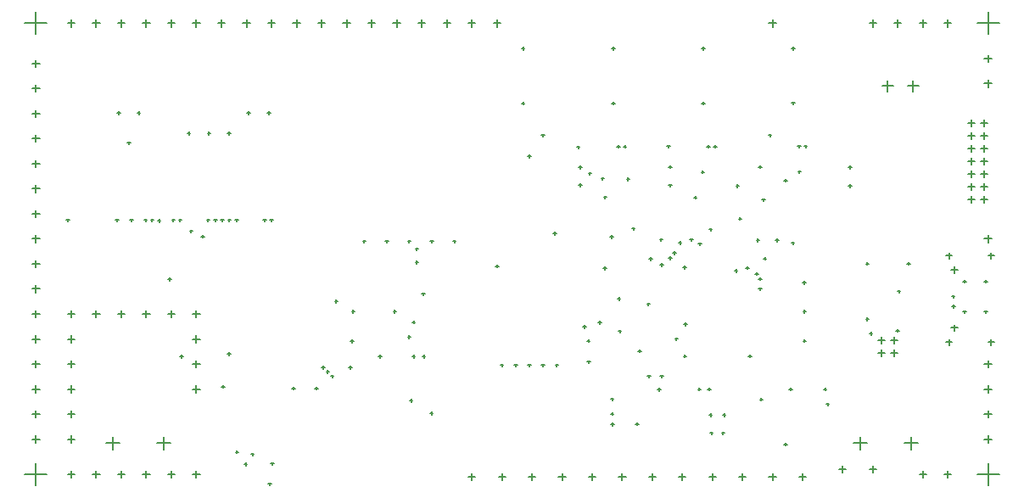
<source format=gbr>
%TF.GenerationSoftware,Altium Limited,Altium Designer,21.0.8 (223)*%
G04 Layer_Color=128*
%FSLAX45Y45*%
%MOMM*%
%TF.SameCoordinates,E6859DB6-3A4E-404A-A1E8-5F06C1255FAD*%
%TF.FilePolarity,Positive*%
%TF.FileFunction,Drillmap*%
%TF.Part,Single*%
G01*
G75*
%TA.AperFunction,NonConductor*%
%ADD167C,0.12700*%
D167*
X8693000Y4125000D02*
X8803000D01*
X8748000Y4070000D02*
Y4180000D01*
X8947000Y4125000D02*
X9057000D01*
X9002000Y4070000D02*
Y4180000D01*
X9678500Y3756000D02*
X9748500D01*
X9713500Y3721000D02*
Y3791000D01*
X9551500Y3756000D02*
X9621500D01*
X9586500Y3721000D02*
Y3791000D01*
X9678500Y3629000D02*
X9748500D01*
X9713500Y3594000D02*
Y3664000D01*
X9678500Y3502000D02*
X9748500D01*
X9713500Y3467000D02*
Y3537000D01*
X9551500Y3629000D02*
X9621500D01*
X9586500Y3594000D02*
Y3664000D01*
X9551500Y3502000D02*
X9621500D01*
X9586500Y3467000D02*
Y3537000D01*
X9678500Y3375000D02*
X9748500D01*
X9713500Y3340000D02*
Y3410000D01*
X9551500Y3375000D02*
X9621500D01*
X9586500Y3340000D02*
Y3410000D01*
X9678500Y3248000D02*
X9748500D01*
X9713500Y3213000D02*
Y3283000D01*
X9678500Y3121000D02*
X9748500D01*
X9713500Y3086000D02*
Y3156000D01*
X9678500Y2994000D02*
X9748500D01*
X9713500Y2959000D02*
Y3029000D01*
X9551500Y3248000D02*
X9621500D01*
X9586500Y3213000D02*
Y3283000D01*
X9551500Y3121000D02*
X9621500D01*
X9586500Y3086000D02*
Y3156000D01*
X9551500Y2994000D02*
X9621500D01*
X9586500Y2959000D02*
Y3029000D01*
X8776260Y1463040D02*
X8846260D01*
X8811260Y1428040D02*
Y1498040D01*
X8649260Y1463040D02*
X8719260D01*
X8684260Y1428040D02*
Y1498040D01*
X8776260Y1590040D02*
X8846260D01*
X8811260Y1555040D02*
Y1625040D01*
X8649260Y1590040D02*
X8719260D01*
X8684260Y1555040D02*
Y1625040D01*
X140000Y250000D02*
X360000D01*
X250000Y140000D02*
Y360000D01*
X9640000Y250000D02*
X9860000D01*
X9750000Y140000D02*
Y360000D01*
X9640000Y4750000D02*
X9860000D01*
X9750000Y4640000D02*
Y4860000D01*
X140000Y4750000D02*
X360000D01*
X250000Y4640000D02*
Y4860000D01*
X9752000Y1568000D02*
X9812000D01*
X9782000Y1538000D02*
Y1598000D01*
X9334000Y2432000D02*
X9394000D01*
X9364000Y2402000D02*
Y2462000D01*
X9334000Y1568000D02*
X9394000D01*
X9364000Y1538000D02*
Y1598000D01*
X9752000Y2432000D02*
X9812000D01*
X9782000Y2402000D02*
Y2462000D01*
X9384500Y2289000D02*
X9449500D01*
X9417000Y2256500D02*
Y2321500D01*
X9384500Y1711000D02*
X9449500D01*
X9417000Y1678500D02*
Y1743500D01*
X8411000Y558800D02*
X8541000D01*
X8476000Y493800D02*
Y623800D01*
X8919000Y558800D02*
X9049000D01*
X8984000Y493800D02*
Y623800D01*
X951000Y558800D02*
X1081000D01*
X1016000Y493800D02*
Y623800D01*
X1459000Y558800D02*
X1589000D01*
X1524000Y493800D02*
Y623800D01*
X1564500Y2197600D02*
X1604500D01*
X1584500Y2177600D02*
Y2217600D01*
X9714440Y1100000D02*
X9785560D01*
X9750000Y1064440D02*
Y1135560D01*
X9064440Y250000D02*
X9135560D01*
X9100000Y214440D02*
Y285560D01*
X9314440Y250000D02*
X9385560D01*
X9350000Y214440D02*
Y285560D01*
X9714440Y600000D02*
X9785560D01*
X9750000Y564440D02*
Y635560D01*
X9714440Y850000D02*
X9785560D01*
X9750000Y814440D02*
Y885560D01*
X9714440Y1350000D02*
X9785560D01*
X9750000Y1314440D02*
Y1385560D01*
X9714440Y2600000D02*
X9785560D01*
X9750000Y2564440D02*
Y2635560D01*
X9714440Y4150000D02*
X9785560D01*
X9750000Y4114440D02*
Y4185560D01*
X9714440Y4400000D02*
X9785560D01*
X9750000Y4364440D02*
Y4435560D01*
X1814440Y1100000D02*
X1885560D01*
X1850000Y1064440D02*
Y1135560D01*
X1814440Y1350000D02*
X1885560D01*
X1850000Y1314440D02*
Y1385560D01*
X1814440Y1600000D02*
X1885560D01*
X1850000Y1564440D02*
Y1635560D01*
X1814440Y1850000D02*
X1885560D01*
X1850000Y1814440D02*
Y1885560D01*
X1564440Y1850000D02*
X1635560D01*
X1600000Y1814440D02*
Y1885560D01*
X1314440Y1850000D02*
X1385560D01*
X1350000Y1814440D02*
Y1885560D01*
X1064440Y1850000D02*
X1135560D01*
X1100000Y1814440D02*
Y1885560D01*
X814440Y1850000D02*
X885560D01*
X850000Y1814440D02*
Y1885560D01*
X564440Y1850000D02*
X635560D01*
X600000Y1814440D02*
Y1885560D01*
X564440Y1600000D02*
X635560D01*
X600000Y1564440D02*
Y1635560D01*
X564440Y1350000D02*
X635560D01*
X600000Y1314440D02*
Y1385560D01*
X564440Y1100000D02*
X635560D01*
X600000Y1064440D02*
Y1135560D01*
X564440Y850000D02*
X635560D01*
X600000Y814440D02*
Y885560D01*
X564440Y600000D02*
X635560D01*
X600000Y564440D02*
Y635560D01*
X564440Y250000D02*
X635560D01*
X600000Y214440D02*
Y285560D01*
X814440Y250000D02*
X885560D01*
X850000Y214440D02*
Y285560D01*
X1064440Y250000D02*
X1135560D01*
X1100000Y214440D02*
Y285560D01*
X1314440Y250000D02*
X1385560D01*
X1350000Y214440D02*
Y285560D01*
X1564440Y250000D02*
X1635560D01*
X1600000Y214440D02*
Y285560D01*
X1814440Y250000D02*
X1885560D01*
X1850000Y214440D02*
Y285560D01*
X8564440Y4750000D02*
X8635560D01*
X8600000Y4714440D02*
Y4785560D01*
X8814440Y4750000D02*
X8885560D01*
X8850000Y4714440D02*
Y4785560D01*
X9064440Y4750000D02*
X9135560D01*
X9100000Y4714440D02*
Y4785560D01*
X9314440Y4750000D02*
X9385560D01*
X9350000Y4714440D02*
Y4785560D01*
X4564440Y4750000D02*
X4635560D01*
X4600000Y4714440D02*
Y4785560D01*
X4814440Y4750000D02*
X4885560D01*
X4850000Y4714440D02*
Y4785560D01*
X7564440Y4750000D02*
X7635560D01*
X7600000Y4714440D02*
Y4785560D01*
X564440Y4750000D02*
X635560D01*
X600000Y4714440D02*
Y4785560D01*
X814440Y4750000D02*
X885560D01*
X850000Y4714440D02*
Y4785560D01*
X1064440Y4750000D02*
X1135560D01*
X1100000Y4714440D02*
Y4785560D01*
X1314440Y4750000D02*
X1385560D01*
X1350000Y4714440D02*
Y4785560D01*
X1564440Y4750000D02*
X1635560D01*
X1600000Y4714440D02*
Y4785560D01*
X1814440Y4750000D02*
X1885560D01*
X1850000Y4714440D02*
Y4785560D01*
X2064440Y4750000D02*
X2135560D01*
X2100000Y4714440D02*
Y4785560D01*
X2314440Y4750000D02*
X2385560D01*
X2350000Y4714440D02*
Y4785560D01*
X2564440Y4750000D02*
X2635560D01*
X2600000Y4714440D02*
Y4785560D01*
X2814440Y4750000D02*
X2885560D01*
X2850000Y4714440D02*
Y4785560D01*
X3064440Y4750000D02*
X3135560D01*
X3100000Y4714440D02*
Y4785560D01*
X3314440Y4750000D02*
X3385560D01*
X3350000Y4714440D02*
Y4785560D01*
X3564440Y4750000D02*
X3635560D01*
X3600000Y4714440D02*
Y4785560D01*
X3814440Y4750000D02*
X3885560D01*
X3850000Y4714440D02*
Y4785560D01*
X4064440Y4750000D02*
X4135560D01*
X4100000Y4714440D02*
Y4785560D01*
X4314440Y4750000D02*
X4385560D01*
X4350000Y4714440D02*
Y4785560D01*
X214440Y4350000D02*
X285560D01*
X250000Y4314440D02*
Y4385560D01*
X214440Y4100000D02*
X285560D01*
X250000Y4064440D02*
Y4135560D01*
X214440Y3850000D02*
X285560D01*
X250000Y3814440D02*
Y3885560D01*
X214440Y3600000D02*
X285560D01*
X250000Y3564440D02*
Y3635560D01*
X214440Y3350000D02*
X285560D01*
X250000Y3314440D02*
Y3385560D01*
X214440Y3100000D02*
X285560D01*
X250000Y3064440D02*
Y3135560D01*
X214440Y2850000D02*
X285560D01*
X250000Y2814440D02*
Y2885560D01*
X214440Y2600000D02*
X285560D01*
X250000Y2564440D02*
Y2635560D01*
X214440Y2350000D02*
X285560D01*
X250000Y2314440D02*
Y2385560D01*
X214440Y2100000D02*
X285560D01*
X250000Y2064440D02*
Y2135560D01*
X214440Y1850000D02*
X285560D01*
X250000Y1814440D02*
Y1885560D01*
X214440Y1600000D02*
X285560D01*
X250000Y1564440D02*
Y1635560D01*
X214440Y1350000D02*
X285560D01*
X250000Y1314440D02*
Y1385560D01*
X214440Y1100000D02*
X285560D01*
X250000Y1064440D02*
Y1135560D01*
X214440Y850000D02*
X285560D01*
X250000Y814440D02*
Y885560D01*
X214440Y600000D02*
X285560D01*
X250000Y564440D02*
Y635560D01*
X5984480Y1000520D02*
X6014480D01*
X5999480Y985520D02*
Y1015520D01*
X5710000Y1725000D02*
X5740000D01*
X5725000Y1710000D02*
Y1740000D01*
X1685000Y1425000D02*
X1715000D01*
X1700000Y1410000D02*
Y1440000D01*
X4409680Y2575560D02*
X4439680D01*
X4424680Y2560560D02*
Y2590560D01*
X5981940Y2620920D02*
X6011940D01*
X5996940Y2605920D02*
Y2635920D01*
X7460220Y2100580D02*
X7490220D01*
X7475220Y2085580D02*
Y2115580D01*
X5412980Y2654300D02*
X5442980D01*
X5427980Y2639300D02*
Y2669300D01*
X6474700Y2590800D02*
X6504700D01*
X6489700Y2575800D02*
Y2605800D01*
X6860671Y2548786D02*
X6890671D01*
X6875671Y2533786D02*
Y2563786D01*
X7787880Y2557780D02*
X7817880D01*
X7802880Y2542780D02*
Y2572780D01*
X6352780Y1229360D02*
X6382780D01*
X6367780Y1214360D02*
Y1244360D01*
X6479780Y1229360D02*
X6509780D01*
X6494780Y1214360D02*
Y1244360D01*
X8110000Y1100000D02*
X8140000D01*
X8125000Y1085000D02*
Y1115000D01*
X4035539Y2498599D02*
X4065539D01*
X4050539Y2483599D02*
Y2513599D01*
X4035030Y2366010D02*
X4065030D01*
X4050030Y2351010D02*
Y2381010D01*
X3231120Y1978660D02*
X3261120D01*
X3246120Y1963660D02*
Y1993660D01*
X3190480Y1229360D02*
X3220480D01*
X3205480Y1214360D02*
Y1244360D01*
X4181080Y858520D02*
X4211080D01*
X4196080Y843520D02*
Y873520D01*
X3101183Y1318260D02*
X3131183D01*
X3116183Y1303260D02*
Y1333260D01*
X3147300Y1272540D02*
X3177300D01*
X3162300Y1257540D02*
Y1287540D01*
X5860000Y1767500D02*
X5890000D01*
X5875000Y1752500D02*
Y1782500D01*
X7220925Y2281830D02*
X7250925D01*
X7235925Y2266830D02*
Y2296830D01*
X7334505Y2311187D02*
X7364505D01*
X7349505Y2296187D02*
Y2326187D01*
X7427200Y2250440D02*
X7457200D01*
X7442200Y2235440D02*
Y2265440D01*
X6607140Y2458546D02*
X6637140D01*
X6622140Y2443546D02*
Y2473546D01*
X6565907Y2410227D02*
X6595907D01*
X6580907Y2395227D02*
Y2425227D01*
X1463280Y2781300D02*
X1493280D01*
X1478280Y2766300D02*
Y2796300D01*
X7493240Y2989580D02*
X7523240D01*
X7508240Y2974580D02*
Y3004580D01*
X7262100Y2801620D02*
X7292100D01*
X7277100Y2786620D02*
Y2816620D01*
X6718540Y1750060D02*
X6748540D01*
X6733540Y1735060D02*
Y1765060D01*
X2591040Y355600D02*
X2621040D01*
X2606040Y340600D02*
Y370600D01*
X6627100Y1600200D02*
X6657100D01*
X6642100Y1585200D02*
Y1615200D01*
X8567660Y1656080D02*
X8597660D01*
X8582660Y1641080D02*
Y1671080D01*
X5985000Y855000D02*
X6015000D01*
X6000000Y840000D02*
Y870000D01*
X3960000Y2575000D02*
X3990000D01*
X3975000Y2560000D02*
Y2590000D01*
X4185000Y2575000D02*
X4215000D01*
X4200000Y2560000D02*
Y2590000D01*
X3735000Y2575000D02*
X3765000D01*
X3750000Y2560000D02*
Y2590000D01*
X3510000Y2575000D02*
X3540000D01*
X3525000Y2560000D02*
Y2590000D01*
X6479780Y2342913D02*
X6509780D01*
X6494780Y2327913D02*
Y2357913D01*
X4564440Y225000D02*
X4635560D01*
X4600000Y189440D02*
Y260560D01*
X4864440Y225000D02*
X4935560D01*
X4900000Y189440D02*
Y260560D01*
X5164440Y225000D02*
X5235560D01*
X5200000Y189440D02*
Y260560D01*
X5464440Y225000D02*
X5535560D01*
X5500000Y189440D02*
Y260560D01*
X5764440Y225000D02*
X5835560D01*
X5800000Y189440D02*
Y260560D01*
X6064440Y225000D02*
X6135560D01*
X6100000Y189440D02*
Y260560D01*
X6364440Y225000D02*
X6435560D01*
X6400000Y189440D02*
Y260560D01*
X6664440Y225000D02*
X6735560D01*
X6700000Y189440D02*
Y260560D01*
X6964440Y225000D02*
X7035560D01*
X7000000Y189440D02*
Y260560D01*
X7264440Y225000D02*
X7335560D01*
X7300000Y189440D02*
Y260560D01*
X7564440Y225000D02*
X7635560D01*
X7600000Y189440D02*
Y260560D01*
X7864440Y225000D02*
X7935560D01*
X7900000Y189440D02*
Y260560D01*
X8264440Y300000D02*
X8335560D01*
X8300000Y264440D02*
Y335560D01*
X8564440Y300000D02*
X8635560D01*
X8600000Y264440D02*
Y335560D01*
X8135000Y950000D02*
X8165000D01*
X8150000Y935000D02*
Y965000D01*
X6053060Y2001520D02*
X6083060D01*
X6068060Y1986520D02*
Y2016520D01*
X2326880Y353060D02*
X2356880D01*
X2341880Y338060D02*
Y368060D01*
X2395460Y449580D02*
X2425460D01*
X2410460Y434580D02*
Y464580D01*
X2240000Y472960D02*
X2270000D01*
X2255000Y457960D02*
Y487960D01*
X4003280Y1427480D02*
X4033280D01*
X4018280Y1412480D02*
Y1442480D01*
X3668450Y1425200D02*
X3698450D01*
X3683450Y1410200D02*
Y1440200D01*
X7236700Y3129280D02*
X7266700D01*
X7251700Y3114280D02*
Y3144280D01*
X7853920Y3268980D02*
X7883920D01*
X7868920Y3253980D02*
Y3283980D01*
X7714220Y3182620D02*
X7744220D01*
X7729220Y3167620D02*
Y3197620D01*
X8356840Y3129280D02*
X8386840D01*
X8371840Y3114280D02*
Y3144280D01*
X8356840Y3314700D02*
X8386840D01*
X8371840Y3299700D02*
Y3329700D01*
X7914880Y3522980D02*
X7944880D01*
X7929880Y3507980D02*
Y3537980D01*
X7851380Y3522980D02*
X7881380D01*
X7866380Y3507980D02*
Y3537980D01*
X5158980Y1338580D02*
X5188980D01*
X5173980Y1323580D02*
Y1353580D01*
X5296140Y1338580D02*
X5326140D01*
X5311140Y1323580D02*
Y1353580D01*
X5021820Y1338580D02*
X5051820D01*
X5036820Y1323580D02*
Y1353580D01*
X5433300Y1338580D02*
X5463300D01*
X5448300Y1323580D02*
Y1353580D01*
X4884660Y1338580D02*
X4914660D01*
X4899660Y1323580D02*
Y1353580D01*
X9715740Y2174240D02*
X9745740D01*
X9730740Y2159240D02*
Y2189240D01*
X9715740Y1871980D02*
X9745740D01*
X9730740Y1856980D02*
Y1886980D01*
X8847060Y2075180D02*
X8877060D01*
X8862060Y2060180D02*
Y2090180D01*
X8831820Y1684020D02*
X8861820D01*
X8846820Y1669020D02*
Y1699020D01*
X8532100Y1798320D02*
X8562100D01*
X8547100Y1783320D02*
Y1813320D01*
X8532100Y2352040D02*
X8562100D01*
X8547100Y2337040D02*
Y2367040D01*
X7630400Y2585720D02*
X7660400D01*
X7645400Y2570720D02*
Y2600720D01*
X7439900Y2585720D02*
X7469900D01*
X7454900Y2570720D02*
Y2600720D01*
X6776960Y2590800D02*
X6806960D01*
X6791960Y2575800D02*
Y2605800D01*
X6815060Y3012440D02*
X6845060D01*
X6830060Y2997440D02*
Y3027440D01*
X6563600Y3134360D02*
X6593600D01*
X6578600Y3119360D02*
Y3149360D01*
X6563600Y3317240D02*
X6593600D01*
X6578600Y3302240D02*
Y3332240D01*
X6111480Y3520440D02*
X6141480D01*
X6126480Y3505440D02*
Y3535440D01*
X6548360Y3522980D02*
X6578360D01*
X6563360Y3507980D02*
Y3537980D01*
X7010640Y3520440D02*
X7040640D01*
X7025640Y3505440D02*
Y3535440D01*
X6944600Y3520440D02*
X6974600D01*
X6959600Y3505440D02*
Y3535440D01*
X7559280Y3632200D02*
X7589280D01*
X7574280Y3617200D02*
Y3647200D01*
X7462760Y3317240D02*
X7492760D01*
X7477760Y3302240D02*
Y3332240D01*
X7792960Y3954780D02*
X7822960D01*
X7807960Y3939780D02*
Y3969780D01*
X7792960Y4500880D02*
X7822960D01*
X7807960Y4485880D02*
Y4515880D01*
X6896340Y3952240D02*
X6926340D01*
X6911340Y3937240D02*
Y3967240D01*
X6896340Y4498340D02*
X6926340D01*
X6911340Y4483340D02*
Y4513340D01*
X5994640Y3952240D02*
X6024640D01*
X6009640Y3937240D02*
Y3967240D01*
X5994640Y4498340D02*
X6024640D01*
X6009640Y4483340D02*
Y4513340D01*
X1161250Y3557500D02*
X1191250D01*
X1176250Y3542500D02*
Y3572500D01*
X553960Y2786380D02*
X583960D01*
X568960Y2771380D02*
Y2801380D01*
X1044180Y2786380D02*
X1074180D01*
X1059180Y2771380D02*
Y2801380D01*
X1186420Y2786380D02*
X1216420D01*
X1201420Y2771380D02*
Y2801380D01*
X1328660Y2786380D02*
X1358660D01*
X1343660Y2771380D02*
Y2801380D01*
X1394700Y2786380D02*
X1424700D01*
X1409700Y2771380D02*
Y2801380D01*
X1605520Y2786380D02*
X1635520D01*
X1620520Y2771380D02*
Y2801380D01*
X1674100Y2786380D02*
X1704100D01*
X1689100Y2771380D02*
Y2801380D01*
X1953500Y2786380D02*
X1983500D01*
X1968500Y2771380D02*
Y2801380D01*
X2024620Y2786380D02*
X2054620D01*
X2039620Y2771380D02*
Y2801380D01*
X2095740Y2786380D02*
X2125740D01*
X2110740Y2771380D02*
Y2801380D01*
X2585960Y2786380D02*
X2615960D01*
X2600960Y2771380D02*
Y2801380D01*
X2514840Y2786380D02*
X2544840D01*
X2529840Y2771380D02*
Y2801380D01*
X2235440Y2786380D02*
X2265440D01*
X2250440Y2771380D02*
Y2801380D01*
X2164320Y2786380D02*
X2194320D01*
X2179320Y2771380D02*
Y2801380D01*
X1059420Y3855720D02*
X1089420D01*
X1074420Y3840720D02*
Y3870720D01*
X1260080Y3855720D02*
X1290080D01*
X1275080Y3840720D02*
Y3870720D01*
X2357360Y3855720D02*
X2387360D01*
X2372360Y3840720D02*
Y3870720D01*
X2560560Y3855720D02*
X2590560D01*
X2575560Y3840720D02*
Y3870720D01*
X2159240Y3652520D02*
X2189240D01*
X2174240Y3637520D02*
Y3667520D01*
X7902180Y2164080D02*
X7932180D01*
X7917180Y2149080D02*
Y2179080D01*
X7904720Y1582420D02*
X7934720D01*
X7919720Y1567420D02*
Y1597420D01*
X7904720Y1874520D02*
X7934720D01*
X7919720Y1859520D02*
Y1889520D01*
X7472920Y998220D02*
X7502920D01*
X7487920Y983220D02*
Y1013220D01*
X7102080Y840740D02*
X7132080D01*
X7117080Y825740D02*
Y855740D01*
X6967460Y843280D02*
X6997460D01*
X6982460Y828280D02*
Y858280D01*
X6855700Y1099820D02*
X6885700D01*
X6870700Y1084820D02*
Y1114820D01*
X6196240Y2702600D02*
X6226240D01*
X6211240Y2687600D02*
Y2717600D01*
X5915900Y3014980D02*
X5945900D01*
X5930900Y2999980D02*
Y3029980D01*
X5664440Y3136900D02*
X5694440D01*
X5679440Y3121900D02*
Y3151900D01*
X5763500Y3251200D02*
X5793500D01*
X5778500Y3236200D02*
Y3266200D01*
X6047980Y3520440D02*
X6077980D01*
X6062980Y3505440D02*
Y3535440D01*
X5646660Y3515360D02*
X5676660D01*
X5661660Y3500360D02*
Y3530360D01*
X5664440Y3314700D02*
X5694440D01*
X5679440Y3299700D02*
Y3329700D01*
X5296140Y3632200D02*
X5326140D01*
X5311140Y3617200D02*
Y3647200D01*
X5156440Y3426460D02*
X5186440D01*
X5171440Y3411460D02*
Y3441460D01*
X5095480Y4498340D02*
X5125480D01*
X5110480Y4483340D02*
Y4513340D01*
X5095480Y3952240D02*
X5125480D01*
X5110480Y3937240D02*
Y3967240D01*
X2161780Y1450340D02*
X2191780D01*
X2176780Y1435340D02*
Y1465340D01*
X4003280Y1767840D02*
X4033280D01*
X4018280Y1752840D02*
Y1782840D01*
X3815320Y1877060D02*
X3845320D01*
X3830320Y1862060D02*
Y1892060D01*
X6060680Y1676400D02*
X6090680D01*
X6075680Y1661400D02*
Y1691400D01*
X4838940Y2326640D02*
X4868940D01*
X4853940Y2311640D02*
Y2341640D01*
X8941040Y2352040D02*
X8971040D01*
X8956040Y2337040D02*
Y2367040D01*
X9499840Y2174240D02*
X9529840D01*
X9514840Y2159240D02*
Y2189240D01*
X9499840Y1871980D02*
X9529840D01*
X9514840Y1856980D02*
Y1886980D01*
X2568180Y152400D02*
X2598180D01*
X2583180Y137400D02*
Y167400D01*
X6454380Y1097280D02*
X6484380D01*
X6469380Y1082280D02*
Y1112280D01*
X6954760Y1099820D02*
X6984760D01*
X6969760Y1084820D02*
Y1114820D01*
X7767560Y1099820D02*
X7797560D01*
X7782560Y1084820D02*
Y1114820D01*
X7714220Y548640D02*
X7744220D01*
X7729220Y533640D02*
Y563640D01*
X7091920Y660400D02*
X7121920D01*
X7106920Y645400D02*
Y675400D01*
X6975080Y660400D02*
X7005080D01*
X6990080Y645400D02*
Y675400D01*
X6233400Y751840D02*
X6263400D01*
X6248400Y736840D02*
Y766840D01*
X5987020Y749300D02*
X6017020D01*
X6002020Y734300D02*
Y764300D01*
X7460220Y2199640D02*
X7490220D01*
X7475220Y2184640D02*
Y2214640D01*
X7361160Y1430020D02*
X7391160D01*
X7376160Y1415020D02*
Y1445020D01*
X6710920Y1430020D02*
X6740920D01*
X6725920Y1415020D02*
Y1445020D01*
X6258800Y1480820D02*
X6288800D01*
X6273800Y1465820D02*
Y1495820D01*
X6709650Y2313940D02*
X6739650D01*
X6724650Y2298940D02*
Y2328940D01*
X1783320Y2677160D02*
X1813320D01*
X1798320Y2662160D02*
Y2692160D01*
X1898890Y2622867D02*
X1928890D01*
X1913890Y2607868D02*
Y2637867D01*
X6661390Y2559050D02*
X6691390D01*
X6676390Y2544050D02*
Y2574050D01*
X6347700Y1948180D02*
X6377700D01*
X6362700Y1933180D02*
Y1963180D01*
X6967460Y2692400D02*
X6997460D01*
X6982460Y2677400D02*
Y2707400D01*
X1961120Y3652520D02*
X1991120D01*
X1976120Y3637520D02*
Y3667520D01*
X1760460Y3652520D02*
X1790460D01*
X1775460Y3637520D02*
Y3667520D01*
X5753340Y1372540D02*
X5783340D01*
X5768340Y1357540D02*
Y1387540D01*
X5910820Y2308860D02*
X5940820D01*
X5925820Y2293860D02*
Y2323860D01*
X5748260Y1582420D02*
X5778260D01*
X5763260Y1567420D02*
Y1597420D01*
X6370560Y2400300D02*
X6400560D01*
X6385560Y2385300D02*
Y2415300D01*
X4102340Y2049780D02*
X4132340D01*
X4117340Y2034780D02*
Y2064780D01*
X4104880Y1424940D02*
X4134880D01*
X4119880Y1409940D02*
Y1439940D01*
X3977880Y988060D02*
X4007880D01*
X3992880Y973060D02*
Y1003060D01*
X3960100Y1620520D02*
X3990100D01*
X3975100Y1605520D02*
Y1635520D01*
X3401300Y1874520D02*
X3431300D01*
X3416300Y1859520D02*
Y1889520D01*
X3388600Y1577340D02*
X3418600D01*
X3403600Y1562340D02*
Y1592340D01*
X3373360Y1315720D02*
X3403360D01*
X3388360Y1300720D02*
Y1330720D01*
X3033000Y1107440D02*
X3063000D01*
X3048000Y1092440D02*
Y1122440D01*
X2806940Y1107440D02*
X2836940D01*
X2821940Y1092440D02*
Y1122440D01*
X2100820Y1125220D02*
X2130820D01*
X2115820Y1110220D02*
Y1140220D01*
X6888720Y3266440D02*
X6918720D01*
X6903720Y3251440D02*
Y3281440D01*
X6144500Y3197860D02*
X6174500D01*
X6159500Y3182860D02*
Y3212860D01*
X7508480Y2402840D02*
X7538480D01*
X7523480Y2387840D02*
Y2417840D01*
X5890500Y3200400D02*
X5920500D01*
X5905500Y3185400D02*
Y3215400D01*
X9388440Y2024380D02*
X9418440D01*
X9403440Y2009380D02*
Y2039380D01*
X9390620Y1925320D02*
X9420620D01*
X9405620Y1910320D02*
Y1940320D01*
%TF.MD5,23c2fd31ec414360fdb69076aeb4d3c9*%
M02*

</source>
